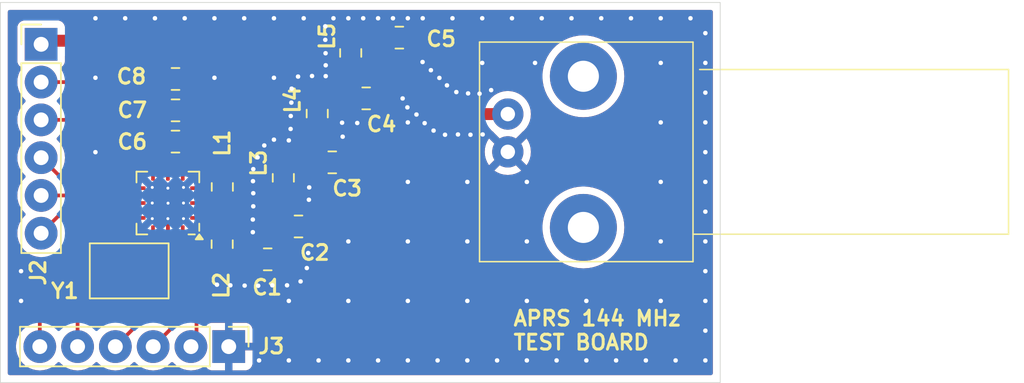
<source format=kicad_pcb>
(kicad_pcb (version 20240108) (generator "pcbnew") (generator_version "8.0")
  (layers (0 "F.Cu" signal) (31 "B.Cu" power) (34 "B.Paste" user) (35 "F.Paste" user) (36 "B.SilkS" user "B.Silkscreen") (37 "F.SilkS" user "F.Silkscreen") (38 "B.Mask" user) (39 "F.Mask" user) (44 "Edge.Cuts" user))
  (net 0 "")
  (net 1 "Net-(C1-Pad2)")
  (net 2 "Net-(U1-TX)")
  (net 3 "GND")
  (net 4 "Net-(C3-Pad2)")
  (net 5 "Net-(C4-Pad2)")
  (net 6 "Net-(J1-In)")
  (net 7 "+3.3V")
  (net 8 "Net-(J2-Pin_4)")
  (net 9 "Net-(J2-Pin_5)")
  (net 10 "Net-(J2-Pin_6)")
  (net 11 "Net-(J2-Pin_2)")
  (net 12 "Net-(J2-Pin_3)")
  (net 13 "/SDN")
  (net 14 "Net-(J3-Pin_3)")
  (net 17 "Net-(U1-XIN)")
  (net 18 "Net-(U1-XOUT)")
  (net 21 "Net-(C1-Pad1)")
  (net 22 "Net-(J3-Pin_4)")
  (net 23 "Net-(J3-Pin_6)")
  (net 24 "Net-(J3-Pin_5)")
  (footprint "Capacitor_SMD:C_0805_2012Metric_Pad1.18x1.45mm_HandSolder" (layer "F.Cu") (at 101.3825 95.08)
    (property "Reference" "C8" (at -2.9625 -0.1675 0) (layer "F.SilkS") (effects (font (thickness 0.2) (bold yes))))
    (property "Value" "1u")
    (fp_line (start -0.261252 -0.735) (end 0.261252 -0.735) (stroke (width 0.12)) (layer "F.SilkS"))
    (fp_line (start -0.261252 0.735) (end 0.261252 0.735) (stroke (width 0.12)) (layer "F.SilkS"))
    (pad "1" smd roundrect (at -1.0375 0) (size 1.175 1.45) (layers "F.Cu" "F.Paste" "F.Mask") (roundrect_rratio 0.212766) (net 7 "+3.3V"))
    (pad "2" smd roundrect (at 1.0375 0) (size 1.175 1.45) (layers "F.Cu" "F.Paste" "F.Mask") (roundrect_rratio 0.212766) (net 3 "GND"))
  )
  (footprint "Inductor_SMD:L_0805_2012Metric_Pad1.15x1.40mm_HandSolder" (layer "F.Cu") (at 110.91 97.405 90)
    (property "Reference" "L4" (at 0.915 -1.66 90) (layer "F.SilkS") (effects (font (thickness 0.2) (bold yes))))
    (property "Value" "74,74n")
    (fp_line (start -0.261252 -0.71) (end 0.261252 -0.71) (stroke (width 0.12)) (layer "F.SilkS"))
    (fp_line (start -0.261252 0.71) (end 0.261252 0.71) (stroke (width 0.12)) (layer "F.SilkS"))
    (pad "1" smd roundrect (at -1.025 0 90) (size 1.15 1.4) (layers "F.Cu" "F.Paste" "F.Mask") (roundrect_rratio 0.217391) (net 4 "Net-(C3-Pad2)"))
    (pad "2" smd roundrect (at 1.025 0 90) (size 1.15 1.4) (layers "F.Cu" "F.Paste" "F.Mask") (roundrect_rratio 0.217391) (net 5 "Net-(C4-Pad2)"))
  )
  (footprint "Capacitor_SMD:C_0805_2012Metric_Pad1.18x1.45mm_HandSolder" (layer "F.Cu") (at 116.43 92.3 180)
    (property "Reference" "C5" (at -2.81 -0.09 0) (layer "F.SilkS") (effects (font (thickness 0.2) (bold yes))))
    (property "Value" "25p")
    (fp_line (start -0.261252 0.735) (end 0.261252 0.735) (stroke (width 0.12)) (layer "F.SilkS"))
    (fp_line (start -0.261252 -0.735) (end 0.261252 -0.735) (stroke (width 0.12)) (layer "F.SilkS"))
    (pad "1" smd roundrect (at -1.0375 0 180) (size 1.175 1.45) (layers "F.Cu" "F.Paste" "F.Mask") (roundrect_rratio 0.212766) (net 3 "GND"))
    (pad "2" smd roundrect (at 1.0375 0 180) (size 1.175 1.45) (layers "F.Cu" "F.Paste" "F.Mask") (roundrect_rratio 0.212766) (net 6 "Net-(J1-In)"))
  )
  (footprint "Capacitor_SMD:C_0805_2012Metric_Pad1.18x1.45mm_HandSolder" (layer "F.Cu") (at 114.2 96.385 180)
    (property "Reference" "C4" (at -1.03 -1.735 0) (layer "F.SilkS") (effects (font (thickness 0.2) (bold yes))))
    (property "Value" "43,06p")
    (fp_line (start -0.261252 0.735) (end 0.261252 0.735) (stroke (width 0.12)) (layer "F.SilkS"))
    (fp_line (start -0.261252 -0.735) (end 0.261252 -0.735) (stroke (width 0.12)) (layer "F.SilkS"))
    (pad "1" smd roundrect (at -1.0375 0 180) (size 1.175 1.45) (layers "F.Cu" "F.Paste" "F.Mask") (roundrect_rratio 0.212766) (net 3 "GND"))
    (pad "2" smd roundrect (at 1.0375 0 180) (size 1.175 1.45) (layers "F.Cu" "F.Paste" "F.Mask") (roundrect_rratio 0.212766) (net 5 "Net-(C4-Pad2)"))
  )
  (footprint "Inductor_SMD:L_0805_2012Metric_Pad1.15x1.40mm_HandSolder" (layer "F.Cu") (at 113.16 93.33 90)
    (property "Reference" "L5" (at 1.12 -1.59 90) (layer "F.SilkS") (effects (font (thickness 0.2) (bold yes))))
    (property "Value" "74,74n")
    (fp_line (start -0.261252 -0.71) (end 0.261252 -0.71) (stroke (width 0.12)) (layer "F.SilkS"))
    (fp_line (start -0.261252 0.71) (end 0.261252 0.71) (stroke (width 0.12)) (layer "F.SilkS"))
    (pad "1" smd roundrect (at -1.025 0 90) (size 1.15 1.4) (layers "F.Cu" "F.Paste" "F.Mask") (roundrect_rratio 0.217391) (net 5 "Net-(C4-Pad2)"))
    (pad "2" smd roundrect (at 1.025 0 90) (size 1.15 1.4) (layers "F.Cu" "F.Paste" "F.Mask") (roundrect_rratio 0.217391) (net 6 "Net-(J1-In)"))
  )
  (footprint "Capacitor_SMD:C_0805_2012Metric_Pad1.18x1.45mm_HandSolder" (layer "F.Cu") (at 111.92 100.685 180)
    (property "Reference" "C3" (at -1 -1.755 0) (layer "F.SilkS") (effects (font (thickness 0.2) (bold yes))))
    (property "Value" "25p")
    (fp_line (start -0.261252 0.735) (end 0.261252 0.735) (stroke (width 0.12)) (layer "F.SilkS"))
    (fp_line (start -0.261252 -0.735) (end 0.261252 -0.735) (stroke (width 0.12)) (layer "F.SilkS"))
    (pad "1" smd roundrect (at -1.0375 0 180) (size 1.175 1.45) (layers "F.Cu" "F.Paste" "F.Mask") (roundrect_rratio 0.212766) (net 3 "GND"))
    (pad "2" smd roundrect (at 1.0375 0 180) (size 1.175 1.45) (layers "F.Cu" "F.Paste" "F.Mask") (roundrect_rratio 0.212766) (net 4 "Net-(C3-Pad2)"))
  )
  (footprint "Inductor_SMD:L_0805_2012Metric_Pad1.15x1.40mm_HandSolder" (layer "F.Cu") (at 104.53 102.3375 -90)
    (property "Reference" "L1" (at -2.94 0 90) (layer "F.SilkS") (effects (font (thickness 0.2) (bold yes))))
    (property "Value" "550n")
    (fp_line (start -0.261252 0.71) (end 0.261252 0.71) (stroke (width 0.12)) (layer "F.SilkS"))
    (fp_line (start -0.261252 -0.71) (end 0.261252 -0.71) (stroke (width 0.12)) (layer "F.SilkS"))
    (pad "1" smd roundrect (at -1.025 0 270) (size 1.15 1.4) (layers "F.Cu" "F.Paste" "F.Mask") (roundrect_rratio 0.217391) (net 7 "+3.3V"))
    (pad "2" smd roundrect (at 1.025 0 270) (size 1.15 1.4) (layers "F.Cu" "F.Paste" "F.Mask") (roundrect_rratio 0.217391) (net 2 "Net-(U1-TX)"))
  )
  (footprint "Capacitor_SMD:C_0805_2012Metric_Pad1.18x1.45mm_HandSolder" (layer "F.Cu") (at 109.65 104.995 180)
    (property "Reference" "C2" (at -1.09 -1.76 0) (layer "F.SilkS") (effects (font (thickness 0.2) (bold yes))))
    (property "Value" "14,35p")
    (fp_line (start -0.261252 0.735) (end 0.261252 0.735) (stroke (width 0.12)) (layer "F.SilkS"))
    (fp_line (start -0.261252 -0.735) (end 0.261252 -0.735) (stroke (width 0.12)) (layer "F.SilkS"))
    (pad "1" smd roundrect (at -1.0375 0 180) (size 1.175 1.45) (layers "F.Cu" "F.Paste" "F.Mask") (roundrect_rratio 0.212766) (net 3 "GND"))
    (pad "2" smd roundrect (at 1.0375 0 180) (size 1.175 1.45) (layers "F.Cu" "F.Paste" "F.Mask") (roundrect_rratio 0.212766) (net 1 "Net-(C1-Pad2)"))
  )
  (footprint "Capacitor_SMD:C_0805_2012Metric_Pad1.18x1.45mm_HandSolder" (layer "F.Cu") (at 101.3825 97.19)
    (property "Reference" "C7" (at -2.9025 -0.0175 0) (layer "F.SilkS") (effects (font (thickness 0.2) (bold yes))))
    (property "Value" "100n")
    (fp_line (start -0.261252 -0.735) (end 0.261252 -0.735) (stroke (width 0.12)) (layer "F.SilkS"))
    (fp_line (start -0.261252 0.735) (end 0.261252 0.735) (stroke (width 0.12)) (layer "F.SilkS"))
    (pad "1" smd roundrect (at -1.0375 0) (size 1.175 1.45) (layers "F.Cu" "F.Paste" "F.Mask") (roundrect_rratio 0.212766) (net 7 "+3.3V"))
    (pad "2" smd roundrect (at 1.0375 0) (size 1.175 1.45) (layers "F.Cu" "F.Paste" "F.Mask") (roundrect_rratio 0.212766) (net 3 "GND"))
  )
  (footprint "" (layer "F.Cu") (at 99.82 103.42)
    (property "Reference" "")
    (property "Value" "")
    (pad "21" thru_hole circle (at 0 0 180) (size 0.5 0.5) (drill 0.2) (property pad_prop_heatsink) (layers "*.Cu") (net 3 "GND"))
  )
  (footprint "Crystal:Crystal_SMD_5032-4Pin_5.0x3.2mm" (layer "F.Cu") (at 98.27 107.98 180)
    (property "Reference" "Y1" (at 4.32 -1.35 0) (layer "F.SilkS") (effects (font (thickness 0.2) (bold yes))))
    (property "Value" "30M")
    (fp_line (start 2.65 -1.85) (end 2.65 1.85) (stroke (width 0.12)) (layer "F.SilkS"))
    (fp_line (start -2.65 1.85) (end 2.65 1.85) (stroke (width 0.12)) (layer "F.SilkS"))
    (fp_line (start -2.65 -1.85) (end 2.65 -1.85) (stroke (width 0.12)) (layer "F.SilkS"))
    (fp_line (start -2.65 -1.85) (end -2.65 1.85) (stroke (width 0.12)) (layer "F.SilkS"))
    (pad "1" smd rect (at -1.65 1 180) (size 1.6 1.3) (layers "F.Cu" "F.Paste" "F.Mask") (net 17 "Net-(U1-XIN)"))
    (pad "2" smd rect (at 1.65 1 180) (size 1.6 1.3) (layers "F.Cu" "F.Paste" "F.Mask") (net 18 "Net-(U1-XOUT)"))
    (pad "3" smd rect (at 1.65 -1 180) (size 1.6 1.3) (layers "F.Cu" "F.Paste" "F.Mask"))
    (pad "4" smd rect (at -1.65 -1 180) (size 1.6 1.3) (layers "F.Cu" "F.Paste" "F.Mask"))
  )
  (footprint "Capacitor_SMD:C_0805_2012Metric_Pad1.18x1.45mm_HandSolder" (layer "F.Cu") (at 101.38 99.29)
    (property "Reference" "C6" (at -2.9 0.0125 0) (layer "F.SilkS") (effects (font (thickness 0.2) (bold yes))))
    (property "Value" "100p")
    (fp_line (start -0.261252 -0.735) (end 0.261252 -0.735) (stroke (width 0.12)) (layer "F.SilkS"))
    (fp_line (start -0.261252 0.735) (end 0.261252 0.735) (stroke (width 0.12)) (layer "F.SilkS"))
    (pad "1" smd roundrect (at -1.0375 0) (size 1.175 1.45) (layers "F.Cu" "F.Paste" "F.Mask") (roundrect_rratio 0.212766) (net 7 "+3.3V"))
    (pad "2" smd roundrect (at 1.0375 0) (size 1.175 1.45) (layers "F.Cu" "F.Paste" "F.Mask") (roundrect_rratio 0.212766) (net 3 "GND"))
  )
  (footprint "Connector_PinHeader_2.54mm:PinHeader_1x06_P2.54mm_Vertical" (layer "F.Cu") (at 92.35 92.75)
    (property "Reference" "J2" (at -0.2 15.34 90) (layer "F.SilkS") (effects (font (thickness 0.2) (bold yes))))
    (property "Value" "Conn_01x06" (hide yes))
    (fp_line (start -1.33 -1.33) (end 0 -1.33) (stroke (width 0.12)) (layer "F.SilkS"))
    (fp_line (start -1.33 0) (end -1.33 -1.33) (stroke (width 0.12)) (layer "F.SilkS"))
    (fp_line (start -1.33 1.27) (end -1.33 14.03) (stroke (width 0.12)) (layer "F.SilkS"))
    (fp_line (start -1.33 1.27) (end 1.33 1.27) (stroke (width 0.12)) (layer "F.SilkS"))
    (fp_line (start -1.33 14.03) (end 1.33 14.03) (stroke (width 0.12)) (layer "F.SilkS"))
    (fp_line (start 1.33 1.27) (end 1.33 14.03) (stroke (width 0.12)) (layer "F.SilkS"))
    (pad "1" thru_hole rect (at 0 0) (size 2.2 2.2) (drill 1) (layers "*.Cu" "*.Mask") (net 7 "+3.3V"))
    (pad "2" thru_hole circle (at 0 2.54) (size 2.2 2.2) (drill 1) (layers "*.Cu" "*.Mask") (net 11 "Net-(J2-Pin_2)"))
    (pad "3" thru_hole circle (at 0 5.08) (size 2.2 2.2) (drill 1) (layers "*.Cu" "*.Mask") (net 12 "Net-(J2-Pin_3)"))
    (pad "4" thru_hole circle (at 0 7.62) (size 2.2 2.2) (drill 1) (layers "*.Cu" "*.Mask") (net 8 "Net-(J2-Pin_4)"))
    (pad "5" thru_hole circle (at 0 10.16) (size 2.2 2.2) (drill 1) (layers "*.Cu" "*.Mask") (net 9 "Net-(J2-Pin_5)"))
    (pad "6" thru_hole circle (at 0 12.7) (size 2.2 2.2) (drill 1) (layers "*.Cu" "*.Mask") (net 10 "Net-(J2-Pin_6)"))
  )
  (footprint "Connector_PinHeader_2.54mm:PinHeader_1x06_P2.54mm_Vertical" (layer "F.Cu") (at 104.96 113.07 -90)
    (property "Reference" "J3" (at -0.02 -2.86 180) (layer "F.SilkS") (effects (font (thickness 0.2) (bold yes))))
    (property "Value" "Conn_01x06" (hide yes))
    (fp_line (start -1.33 14.03) (end 1.33 14.03) (stroke (width 0.12)) (layer "F.SilkS"))
    (fp_line (start -1.33 1.27) (end -1.33 14.03) (stroke (width 0.12)) (layer "F.SilkS"))
    (fp_line (start -1.33 1.27) (end 1.33 1.27) (stroke (width 0.12)) (layer "F.SilkS"))
    (fp_line (start 1.33 1.27) (end 1.33 14.03) (stroke (width 0.12)) (layer "F.SilkS"))
    (fp_line (start -1.33 0) (end -1.33 -1.33) (stroke (width 0.12)) (layer "F.SilkS"))
    (fp_line (start -1.33 -1.33) (end 0 -1.33) (stroke (width 0.12)) (layer "F.SilkS"))
    (pad "1" thru_hole rect (at 0 0 270) (size 2.2 2.2) (drill 1) (layers "*.Cu" "*.Mask") (net 3 "GND"))
    (pad "2" thru_hole circle (at 0 2.54 270) (size 2.2 2.2) (drill 1) (layers "*.Cu" "*.Mask") (net 13 "/SDN"))
    (pad "3" thru_hole circle (at 0 5.08 270) (size 2.2 2.2) (drill 1) (layers "*.Cu" "*.Mask") (net 14 "Net-(J3-Pin_3)"))
    (pad "4" thru_hole circle (at 0 7.62 270) (size 2.2 2.2) (drill 1) (layers "*.Cu" "*.Mask") (net 22 "Net-(J3-Pin_4)"))
    (pad "5" thru_hole circle (at 0 10.16 270) (size 2.2 2.2) (drill 1) (layers "*.Cu" "*.Mask") (net 24 "Net-(J3-Pin_5)"))
    (pad "6" thru_hole circle (at 0 12.7 270) (size 2.2 2.2) (drill 1) (layers "*.Cu" "*.Mask") (net 23 "Net-(J3-Pin_6)"))
  )
  (footprint "" (layer "F.Cu") (at 100.87 104.47)
    (property "Reference" "")
    (property "Value" "")
    (pad "21" thru_hole circle (at 0 0 180) (size 0.5 0.5) (drill 0.2) (property pad_prop_heatsink) (layers "*.Cu") (net 3 "GND"))
  )
  (footprint "Inductor_SMD:L_0805_2012Metric_Pad1.15x1.40mm_HandSolder" (layer "F.Cu") (at 104.52 106.185 -90)
    (property "Reference" "L2" (at 2.77 0.05 90) (layer "F.SilkS") (effects (font (thickness 0.2) (bold yes))))
    (property "Value" "12n")
    (fp_line (start -0.261252 0.71) (end 0.261252 0.71) (stroke (width 0.12)) (layer "F.SilkS"))
    (fp_line (start -0.261252 -0.71) (end 0.261252 -0.71) (stroke (width 0.12)) (layer "F.SilkS"))
    (pad "1" smd roundrect (at -1.025 0 270) (size 1.15 1.4) (layers "F.Cu" "F.Paste" "F.Mask") (roundrect_rratio 0.217391) (net 2 "Net-(U1-TX)"))
    (pad "2" smd roundrect (at 1.025 0 270) (size 1.15 1.4) (layers "F.Cu" "F.Paste" "F.Mask") (roundrect_rratio 0.217391) (net 21 "Net-(C1-Pad1)"))
  )
  (footprint "Package_DFN_QFN:QFN-20-1EP_4x4mm_P0.5mm_EP2.6x2.6mm_ThermalVias" (layer "F.Cu") (at 100.87 103.42 180)
    (property "Reference" "U1" (hide yes))
    (property "Value" "Si4461")
    (fp_line (start 2.11 2.11) (end 2.11 1.385) (stroke (width 0.12)) (layer "F.SilkS"))
    (fp_line (start 2.11 -2.11) (end 2.11 -1.385) (stroke (width 0.12)) (layer "F.SilkS"))
    (fp_line (start 1.385 2.11) (end 2.11 2.11) (stroke (width 0.12)) (layer "F.SilkS"))
    (fp_line (start 1.385 -2.11) (end 2.11 -2.11) (stroke (width 0.12)) (layer "F.SilkS"))
    (fp_line (start -1.385 2.11) (end -2.11 2.11) (stroke (width 0.12)) (layer "F.SilkS"))
    (fp_line (start -1.385 -2.11) (end -1.81 -2.11) (stroke (width 0.12)) (layer "F.SilkS"))
    (fp_line (start -2.11 2.11) (end -2.11 1.385) (stroke (width 0.12)) (layer "F.SilkS"))
    (fp_line (start -2.11 -1.385) (end -2.11 -1.87) (stroke (width 0.12)) (layer "F.SilkS"))
    (fp_poly (pts (xy -2.11 -2.11) (xy -2.35 -2.44) (xy -1.87 -2.44) (xy -2.11 -2.11)) (stroke (width 0.12)) (fill solid) (layer "F.SilkS"))
    (pad "1" smd roundrect (at -1.925 -1 180) (size 0.85 0.25) (layers "F.Cu" "F.Paste" "F.Mask") (net 13 "/SDN"))
    (pad "2" smd roundrect (at -1.925 -0.5 180) (size 0.85 0.25) (layers "F.Cu" "F.Paste" "F.Mask"))
    (pad "3" smd roundrect (at -1.925 0 180) (size 0.85 0.25) (layers "F.Cu" "F.Paste" "F.Mask"))
    (pad "4" smd roundrect (at -1.925 0.5 180) (size 0.85 0.25) (layers "F.Cu" "F.Paste" "F.Mask") (net 2 "Net-(U1-TX)"))
    (pad "5" smd roundrect (at -1.925 1 180) (size 0.85 0.25) (layers "F.Cu" "F.Paste" "F.Mask"))
    (pad "6" smd roundrect (at -1 1.925 180) (size 0.25 0.85) (layers "F.Cu" "F.Paste" "F.Mask") (net 7 "+3.3V"))
    (pad "7" smd roundrect (at -0.5 1.925 180) (size 0.25 0.85) (layers "F.Cu" "F.Paste" "F.Mask"))
    (pad "8" smd roundrect (at 0 1.925 180) (size 0.25 0.85) (layers "F.Cu" "F.Paste" "F.Mask") (net 7 "+3.3V"))
    (pad "9" smd roundrect (at 0.5 1.925 180) (size 0.25 0.85) (layers "F.Cu" "F.Paste" "F.Mask") (net 11 "Net-(J2-Pin_2)"))
    (pad "10" smd roundrect (at 1 1.925 180) (size 0.25 0.85) (layers "F.Cu" "F.Paste" "F.Mask") (net 12 "Net-(J2-Pin_3)"))
    (pad "11" smd roundrect (at 1.925 1 180) (size 0.85 0.25) (layers "F.Cu" "F.Paste" "F.Mask") (net 8 "Net-(J2-Pin_4)"))
    (pad "12" smd roundrect (at 1.925 0.5 180) (size 0.85 0.25) (layers "F.Cu" "F.Paste" "F.Mask") (net 9 "Net-(J2-Pin_5)"))
    (pad "13" smd roundrect (at 1.925 0 180) (size 0.85 0.25) (layers "F.Cu" "F.Paste" "F.Mask") (net 10 "Net-(J2-Pin_6)"))
    (pad "14" smd roundrect (at 1.925 -0.5 180) (size 0.85 0.25) (layers "F.Cu" "F.Paste" "F.Mask") (net 23 "Net-(J3-Pin_6)"))
    (pad "15" smd roundrect (at 1.925 -1 180) (size 0.85 0.25) (layers "F.Cu" "F.Paste" "F.Mask") (net 24 "Net-(J3-Pin_5)"))
    (pad "16" smd roundrect (at 1 -1.925 180) (size 0.25 0.85) (layers "F.Cu" "F.Paste" "F.Mask") (net 18 "Net-(U1-XOUT)"))
    (pad "17" smd roundrect (at 0.5 -1.925 180) (size 0.25 0.85) (layers "F.Cu" "F.Paste" "F.Mask") (net 17 "Net-(U1-XIN)"))
    (pad "18" smd roundrect (at 0 -1.925 180) (size 0.25 0.85) (layers "F.Cu" "F.Paste" "F.Mask") (net 3 "GND"))
    (pad "19" smd roundrect (at -0.5 -1.925 180) (size 0.25 0.85) (layers "F.Cu" "F.Paste" "F.Mask") (net 22 "Net-(J3-Pin_4)"))
    (pad "20" smd roundrect (at -1 -1.925 180) (size 0.25 0.85) (layers "F.Cu" "F.Paste" "F.Mask") (net 14 "Net-(J3-Pin_3)"))
    (pad "21" thru_hole circle (at -1.05 -1.05 180) (size 0.5 0.5) (drill 0.2) (property pad_prop_heatsink) (layers "*.Cu") (net 3 "GND"))
    (pad "21" thru_hole circle (at -1.05 1.05 180) (size 0.5 0.5) (drill 0.2) (property pad_prop_heatsink) (layers "*.Cu") (net 3 "GND"))
    (pad "21" smd rect (at 0 0 180) (size 2.6 2.6) (property pad_prop_heatsink) (layers "F.Cu" "F.Mask") (net 3 "GND"))
    (pad "21" smd rect (at 0 0 180) (size 2.6 2.6) (property pad_prop_heatsink) (layers "B.Cu") (net 3 "GND"))
    (pad "21" thru_hole circle (at 1.05 -1.05 180) (size 0.5 0.5) (drill 0.2) (property pad_prop_heatsink) (layers "*.Cu") (net 3 "GND"))
    (pad "21" thru_hole circle (at 1.05 1.05 180) (size 0.5 0.5) (drill 0.2) (property pad_prop_heatsink) (layers "*.Cu") (net 3 "GND"))
  )
  (footprint "" (layer "F.Cu") (at 100.88 103.43)
    (property "Reference" "")
    (property "Value" "")
    (pad "21" thru_hole circle (at 0 0 180) (size 0.5 0.5) (drill 0.2) (property pad_prop_heatsink) (layers "*.Cu") (net 3 "GND"))
  )
  (footprint "Inductor_SMD:L_0805_2012Metric_Pad1.15x1.40mm_HandSolder" (layer "F.Cu") (at 108.63 101.725 90)
    (property "Reference" "L3" (at 0.985 -1.66 90) (layer "F.SilkS") (effects (font (thickness 0.2) (bold yes))))
    (property "Value" "106n")
    (fp_line (start -0.261252 -0.71) (end 0.261252 -0.71) (stroke (width 0.12)) (layer "F.SilkS"))
    (fp_line (start -0.261252 0.71) (end 0.261252 0.71) (stroke (width 0.12)) (layer "F.SilkS"))
    (pad "1" smd roundrect (at -1.025 0 90) (size 1.15 1.4) (layers "F.Cu" "F.Paste" "F.Mask") (roundrect_rratio 0.217391) (net 1 "Net-(C1-Pad2)"))
    (pad "2" smd roundrect (at 1.025 0 90) (size 1.15 1.4) (layers "F.Cu" "F.Paste" "F.Mask") (roundrect_rratio 0.217391) (net 4 "Net-(C3-Pad2)"))
  )
  (footprint "" (layer "F.Cu") (at 101.92 103.42)
    (property "Reference" "")
    (property "Value" "")
    (pad "21" thru_hole circle (at 0 0 180) (size 0.5 0.5) (drill 0.2) (property pad_prop_heatsink) (layers "*.Cu") (net 3 "GND"))
  )
  (footprint "" (layer "F.Cu") (at 100.87 102.42)
    (property "Reference" "")
    (property "Value" "")
    (pad "21" thru_hole circle (at 0 0 180) (size 0.5 0.5) (drill 0.2) (property pad_prop_heatsink) (layers "*.Cu") (net 3 "GND"))
  )
  (footprint "Library:BNC_Connector_PCB" (layer "F.Cu") (at 123.72 97.44 -90)
    (property "Reference" "J1")
    (property "Value" "Conn_Coaxial" (hide yes))
    (fp_line (start -4.84 1.9) (end -4.84 -12.45) (stroke (width 0.1)) (layer "F.SilkS"))
    (fp_line (start 9.92 1.9) (end -4.84 1.9) (stroke (width 0.1)) (layer "F.SilkS"))
    (fp_line (start -4.84 -12.45) (end 9.92 -12.45) (stroke (width 0.1)) (layer "F.SilkS"))
    (fp_line (start 9.92 -12.45) (end 9.92 1.9) (stroke (width 0.1)) (layer "F.SilkS"))
    (fp_line (start -2.995 -12.895) (end -2.995 -33.66) (stroke (width 0.1)) (layer "F.SilkS"))
    (fp_line (start -2.995 -33.66) (end 8.075 -33.66) (stroke (width 0.1)) (layer "F.SilkS"))
    (fp_line (start 8.075 -33.66) (end 8.075 -12.45) (stroke (width 0.1)) (layer "F.SilkS"))
    (pad "1" thru_hole circle (at 0 0 270) (size 2.1 2.1) (drill 0.97) (layers "*.Cu" "*.Mask") (net 6 "Net-(J1-In)"))
    (pad "2" thru_hole circle (at 2.54 0 270) (size 2.1 2.1) (drill 0.97) (layers "*.Cu" "*.Mask") (net 3 "GND"))
    (pad "MH1" thru_hole circle (at -2.54 -5.08 270) (size 4.5 4.5) (drill 2.09) (layers "*.Cu" "*.Mask"))
    (pad "MH2" thru_hole circle (at 7.62 -5.08 270) (size 4.5 4.5) (drill 2.09) (layers "*.Cu" "*.Mask"))
  )
  (footprint "Capacitor_SMD:C_0805_2012Metric_Pad1.18x1.45mm_HandSolder" (layer "F.Cu") (at 107.58 107.205)
    (property "Reference" "C1" (at -0.04 1.89 0) (layer "F.SilkS") (effects (font (thickness 0.2) (bold yes))))
    (property "Value" "100p")
    (fp_line (start -0.261252 -0.735) (end 0.261252 -0.735) (stroke (width 0.12)) (layer "F.SilkS"))
    (fp_line (start -0.261252 0.735) (end 0.261252 0.735) (stroke (width 0.12)) (layer "F.SilkS"))
    (pad "1" smd roundrect (at -1.0375 0) (size 1.175 1.45) (layers "F.Cu" "F.Paste" "F.Mask") (roundrect_rratio 0.212766) (net 21 "Net-(C1-Pad1)"))
    (pad "2" smd roundrect (at 1.0375 0) (size 1.175 1.45) (layers "F.Cu" "F.Paste" "F.Mask") (roundrect_rratio 0.212766) (net 1 "Net-(C1-Pad2)"))
  )
  (gr_rect (start 89.61 89.94) (end 138 115.49) (stroke (width 0.05)) (fill none) (layer "Edge.Cuts"))
  (gr_text "APRS 144 MHz\nTEST BOARD" (at 124 113.37 0) (layer "F.SilkS") (effects (font (size 1 1) (thickness 0.2) (bold yes)) (justify left bottom)))
  (segment (start 108.63 102.75) (end 108.63 104.9775) (width 0.8) (layer "F.Cu") (net 1))
  (segment (start 108.63 104.9775) (end 108.6125 104.995) (width 0.8) (layer "F.Cu") (net 1))
  (segment (start 108.6175 105) (end 108.6125 104.995) (width 0.8) (layer "F.Cu") (net 1))
  (segment (start 108.6175 107.205) (end 108.6175 105) (width 0.8) (layer "F.Cu") (net 1))
  (segment (start 104.0875 102.92) (end 104.53 103.3625) (width 0.25) (layer "F.Cu") (net 2))
  (segment (start 104.53 103.3625) (end 104.53 105.15) (width 0.8) (layer "F.Cu") (net 2))
  (segment (start 102.795 102.92) (end 104.0875 102.92) (width 0.25) (layer "F.Cu") (net 2))
  (segment (start 104.53 105.15) (end 104.52 105.16) (width 0.8) (layer "F.Cu") (net 2))
  (segment (start 100.87 105.345) (end 100.87 104.47) (width 0.25) (layer "F.Cu") (net 3))
  (via (at 117 98) (size 0.6) (drill 0.3) (layers "F.Cu" "B.Cu") (net 3))
  (via (at 106.58 104.53) (size 0.6) (drill 0.3) (layers "F.Cu" "B.Cu") (net 3))
  (via (at 135 114) (size 0.6) (drill 0.3) (layers "F.Cu" "B.Cu") (net 3))
  (via (at 134 110) (size 0.6) (drill 0.3) (layers "F.Cu" "B.Cu") (net 3))
  (via (at 116.65 96.39) (size 0.6) (drill 0.3) (layers "F.Cu" "B.Cu") (net 3))
  (via (at 109 110) (size 0.6) (drill 0.3) (layers "F.Cu" "B.Cu") (net 3))
  (via (at 133 114) (size 0.6) (drill 0.3) (layers "F.Cu" "B.Cu") (net 3))
  (via (at 134 98) (size 0.6) (drill 0.3) (layers "F.Cu" "B.Cu") (net 3))
  (via (at 119.63 95.51) (size 0.6) (drill 0.3) (layers "F.Cu" "B.Cu") (net 3))
  (via (at 104.17 108.91) (size 0.6) (drill 0.3) (layers "F.Cu" "B.Cu") (net 3))
  (via (at 117.99 93.94) (size 0.6) (drill 0.3) (layers "F.Cu" "B.Cu") (net 3))
  (via (at 106.94 108.98) (size 0.6) (drill 0.3) (layers "F.Cu" "B.Cu") (net 3))
  (via (at 112.62 98.96) (size 0.6) (drill 0.3) (layers "F.Cu" "B.Cu") (net 3))
  (via (at 118.55 94.49) (size 0.6) (drill 0.3) (layers "F.Cu" "B.Cu") (net 3))
  (via (at 117 110) (size 0.6) (drill 0.3) (layers "F.Cu" "B.Cu") (net 3))
  (via (at 137 100) (size 0.6) (drill 0.3) (layers "F.Cu" "B.Cu") (net 3))
  (via (at 98 91) (size 0.6) (drill 0.3) (layers "F.Cu" "B.Cu") (net 3))
  (via (at 109 114) (size 0.6) (drill 0.3) (layers "F.Cu" "B.Cu") (net 3))
  (via (at 106 91) (size 0.6) (drill 0.3) (layers "F.Cu" "B.Cu") (net 3))
  (via (at 129 110) (size 0.6) (drill 0.3) (layers "F.Cu" "B.Cu") (net 3))
  (via (at 122 94) (size 0.6) (drill 0.3) (layers "F.Cu" "B.Cu") (net 3))
  (via (at 111.47 93.35) (size 0.6) (drill 0.3) (layers "F.Cu" "B.Cu") (net 3))
  (via (at 108 99.16) (size 0.6) (drill 0.3) (layers "F.Cu" "B.Cu") (net 3))
  (via (at 137 102) (size 0.6) (drill 0.3) (layers "F.Cu" "B.Cu") (net 3))
  (via (at 137 110) (size 0.6) (drill 0.3) (layers "F.Cu" "B.Cu") (net 3))
  (via (at 110.56 94.88) (size 0.6) (drill 0.3) (layers "F.Cu" "B.Cu") (net 3))
  (via (at 137 92) (size 0.6) (drill 0.3) (layers "F.Cu" "B.Cu") (net 3))
  (via (at 106.61 101.14) (size 0.6) (drill 0.3) (layers "F.Cu" "B.Cu") (net 3))
  (via (at 132 91) (size 0.6) (drill 0.3) (layers "F.Cu" "B.Cu") (net 3))
  (via (at 126 91) (size 0.6) (drill 0.3) (layers "F.Cu" "B.Cu") (net 3))
  (via (at 115 114) (size 0.6) (drill 0.3) (layers "F.Cu" "B.Cu") (net 3))
  (via (at 121 110) (size 0.6) (drill 0.3) (layers "F.Cu" "B.Cu") (net 3))
  (via (at 106.03 108.97) (size 0.6) (drill 0.3) (layers "F.Cu" "B.Cu") (net 3))
  (via (at 121.21 98.83) (size 0.6) (drill 0.3) (layers "F.Cu" "B.Cu") (net 3))
  (via (at 112 91) (size 0.6) (drill 0.3) (layers "F.Cu" "B.Cu") (net 3))
  (via (at 111.45 92.45) (size 0.6) (drill 0.3) (layers "F.Cu" "B.Cu") (net 3))
  (via (at 128 91) (size 0.6) (drill 0.3) (layers "F.Cu" "B.Cu") (net 3))
  (via (at 118.73 98.55) (size 0.6) (drill 0.3) (layers "F.Cu" "B.Cu") (net 3))
  (via (at 130 91) (size 0.6) (drill 0.3) (layers "F.Cu" "B.Cu") (net 3))
  (via (at 125.55 94) (size 0.6) (drill 0.3) (layers "F.Cu" "B.Cu") (net 3))
  (via (at 110.35 103.2) (size 0.6) (drill 0.3) (layers "F.Cu" "B.Cu") (net 3))
  (via (at 107 114) (size 0.6) (drill 0.3) (layers "F.Cu" "B.Cu") (net 3))
  (via (at 107.35 99.55) (size 0.6) (drill 0.3) (layers "F.Cu" "B.Cu") (net 3))
  (via (at 113 91) (size 0.6) (drill 0.3) (layers "F.Cu" "B.Cu") (net 3))
  (via (at 113 106) (size 0.6) (drill 0.3) (layers "F.Cu" "B.Cu") (net 3))
  (via (at 136 91) (size 0.6) (drill 0.3) (layers "F.Cu" "B.Cu") (net 3))
  (via (at 121.05 96.05) (size 0.6) (drill 0.3) (layers "F.Cu" "B.Cu") (net 3))
  (via (at 91 110) (size 0.6) (drill 0.3) (layers "F.Cu" "B.Cu") (net 3))
  (via (at 124 91) (size 0.6) (drill 0.3) (layers "F.Cu" "B.Cu") (net 3))
  (via (at 107.89 108.95) (size 0.6) (drill 0.3) (layers "F.Cu" "B.Cu") (net 3))
  (via (at 106.61 102.76) (size 0.6) (drill 0.3) (layers "F.Cu" "B.Cu") (net 3))
  (via (at 113 110) (size 0.6) (drill 0.3) (layers "F.Cu" "B.Cu") (net 3))
  (via (at 137 94) (size 0.6) (drill 0.3) (layers "F.Cu" "B.Cu") (net 3))
  (via (at 111.48 94.89) (size 0.6) (drill 0.3) (layers "F.Cu" "B.Cu") (net 3))
  (via (at 125 110) (size 0.6) (drill 0.3) (layers "F.Cu" "B.Cu") (net 3))
  (via (at 137 96) (size 0.6) (drill 0.3) (layers "F.Cu" "B.Cu") (net 3))
  (via (at 108 95) (size 0.6) (drill 0.3) (layers "F.Cu" "B.Cu") (net 3))
  (via (at 110.21 107.79) (size 0.6) (drill 0.3) (layers "F.Cu" "B.Cu") (net 3))
  (via (at 96 91) (size 0.6) (drill 0.3) (layers "F.Cu" "B.Cu") (net 3))
  (via (at 118 91) (size 0.6) (drill 0.3) (layers "F.Cu" "B.Cu") (net 3))
  (via (at 137 98) (size 0.6) (drill 0.3) (layers "F.Cu" "B.Cu") (net 3))
  (via (at 109 99.21) (size 0.6) (drill 0.3) (layers "F.Cu" "B.Cu") (net 3))
  (via (at 137 112) (size 0.6) (drill 0.3) (layers "F.Cu" "B.Cu") (net 3))
  (via (at 102 91) (size 0.6) (drill 0.3) (layers "F.Cu" "B.Cu") (net 3))
  (via (at 111.45 91.54) (size 0.6) (drill 0.3) (layers "F.Cu" "B.Cu") (net 3))
  (via (at 121 106) (size 0.6) (drill 0.3) (layers "F.Cu" "B.Cu") (net 3))
  (via (at 117 106) (size 0.6) (drill 0.3) (layers "F.Cu" "B.Cu") (net 3))
  (via (at 123 114) (size 0.6) (drill 0.3) (layers "F.Cu" "B.Cu") (net 3))
  (via (at 125 114) (size 0.6) (drill 0.3) (layers "F.Cu" "B.Cu") (net 3))
  (via (at 117 114) (size 0.6) (drill 0.3) (layers "F.Cu" "B.Cu") (net 3))
  (via (at 109.17 96.67) (size 0.6) (drill 0.3) (layers "F.Cu" "B.Cu") (net 3))
  (via (at 100 91) (size 0.6) (drill 0.3) (layers "F.Cu" "B.Cu") (net 3))
  (via (at 111.48 94.16) (size 0.6) (drill 0.3) (layers "F.Cu" "B.Cu") (net 3))
  (via (at 129 114) (size 0.6) (drill 0.3) (layers "F.Cu" "B.Cu") (net 3))
  (via (at 117 102) (size 0.6) (drill 0.3) (layers "F.Cu" "B.Cu") (net 3))
  (via (at 106.58 105.38) (size 0.6) (drill 0.3) (layers "F.Cu" "B.Cu") (net 3))
  (via (at 125 106) (size 0.6) (drill 0.3) (layers "F.Cu" "B.Cu") (net 3))
  (via (at 120 91) (size 0.6) (drill 0.3) (layers "F.Cu" "B.Cu") (net 3))
  (via (at 137 108) (size 0.6) (drill 0.3) (layers "F.Cu" "B.Cu") (net 3))
  (via (at 105.07 108.95) (size 0.6) (drill 0.3) (layers "F.Cu" "B.Cu") (net 3))
  (via (at 137 114) (size 0.6) (drill 0.3) (layers "F.Cu" "B.Cu") (net 3))
  (via (at 121 102) (size 0.6) (drill 0.3) (layers "F.Cu" "B.Cu") (net 3))
  (via (at 114 91) (size 0.6) (drill 0.3) (layers "F.Cu" "B.Cu") (net 3))
  (via (at 134 102) (size 0.6) (drill 0.3) (layers "F.Cu" "B.Cu") (net 3))
  (via (at 118.13 98.05) (size 0.6) (drill 0.3) (layers "F.Cu" "B.Cu") (net 3))
  (via (at 104 91) (size 0.6) (drill 0.3) (layers "F.Cu" "B.Cu") (net 3))
  (via (at 117 91) (size 0.6) (drill 0.3) (layers "F.Cu" "B.Cu") (net 3))
  (via (at 112.58 98.02) (size 0.6) (drill 0.3) (layers "F.Cu" "B.Cu") (net 3))
  (via (at 134 106) (size 0.6) (drill 0.3) (layers "F.Cu" "B.Cu") (net 3))
  (via (at 137 104) (size 0.6) (drill 0.3) (layers "F.Cu" "B.Cu") (net 3))
  (via (at 121.82 96.07) (size 0.6) (drill 0.3) (layers "F.Cu" "B.Cu") (net 3))
  (via (at 109.62 94.92) (size 0.6) (drill 0.3) (layers "F.Cu" "B.Cu") (net 3))
  (via (at 117.58 97.47) (size 0.6) (drill 0.3) (layers "F.Cu" "B.Cu") (net 3))
  (via (at 119.12 95.01) (size 0.6) (drill 0.3) (layers "F.Cu" "B.Cu") (net 3))
  (via (at 113.6 98.04) (size 0.6) (drill 0.3) (layers "F.Cu" "B.Cu") (net 3))
  (via (at 125 102) (size 0.6) (drill 0.3) (layers "F.Cu" "B.Cu") (net 3))
  (via (at 122.03 98.81) (size 0.6) (drill 0.3) (layers "F.Cu" "B.Cu") (net 3))
  (via (at 109.19 95.73) (size 0.6) (drill 0.3) (layers "F.Cu" "B.Cu") (net 3))
  (via (at 134 91) (size 0.6) (drill 0.3) (layers "F.Cu" "B.Cu") (net 3))
  (via (at 137 106) (size 0.6) (drill 0.3) (layers "F.Cu" "B.Cu") (net 3))
  (via (at 119.5 98.83) (size 0.6) (drill 0.3) (layers "F.Cu" "B.Cu") (net 3))
  (via (at 116 91) (size 0.6) (drill 0.3) (layers "F.Cu" "B.Cu") (net 3))
  (via (at 113 114) (size 0.6) (drill 0.3) (layers "F.Cu" "B.Cu") (net 3))
  (via (at 110 91) (size 0.6) (drill 0.3) (layers "F.Cu" "B.Cu") (net 3))
  (via (at 121 114) (size 0.6) (drill 0.3) (layers "F.Cu" "B.Cu") (net 3))
  (via (at 109.12 98.44) (size 0.6) (drill 0.3) (layers "F.Cu" "B.Cu") (net 3))
  (via (at 134 94) (size 0.6) (drill 0.3) (layers "F.Cu" "B.Cu") (net 3))
  (via (at 122.6 95.83) (size 0.6) (drill 0.3) (layers "F.Cu" "B.Cu") (net 3))
  (via (at 119 114) (size 0.6) (drill 0.3) (layers "F.Cu" "B.Cu") (net 3))
  (via (at 115 91) (size 0.6) (drill 0.3) (layers "F.Cu" "B.Cu") (net 3))
  (via (at 106.9 100.35) (size 0.6) (drill 0.3) (layers "F.Cu" "B.Cu") (net 3))
  (via (at 110.3 106.78) (size 0.6) (drill 0.3) (layers "F.Cu" "B.Cu") (net 3))
  (via (at 127 114) (size 0.6) (drill 0.3) (layers "F.Cu" "B.Cu") (net 3))
  (via (at 116.97 96.99) (size 0.6) (drill 0.3) (layers "F.Cu" "B.Cu") (net 3))
  (via (at 120.37 98.81) (size 0.6) (drill 0.3) (layers "F.Cu" "B.Cu") (net 3))
  (via (at 131 114) (size 0.6) (drill 0.3) (layers "F.Cu" "B.Cu") (net 3))
  (via (at 111 114) (size 0.6) (drill 0.3) (layers "F.Cu" "B.Cu") (net 3))
  (via (at 91 108) (size 0.6) (drill 0.3) (layers "F.Cu" "B.Cu") (net 3))
  (via (at 108 91) (size 0.6) (drill 0.3) (layers "F.Cu" "B.Cu") (net 3))
  (via (at 108.88 108.95) (size 0.6) (drill 0.3) (layers "F.Cu" "B.Cu") (net 3))
  (via (at 96 100) (size 0.6) (drill 0.3) (layers "F.Cu" "B.Cu") (net 3))
  (via (at 96 95) (size 0.6) (drill 0.3) (layers "F.Cu" "B.Cu") (net 3))
  (via (at 120.26 95.96) (size 0.6) (drill 0.3) (layers "F.Cu" "B.Cu") (net 3))
  (via (at 106.61 103.64) (size 0.6) (drill 0.3) (layers "F.Cu" "B.Cu") (net 3))
  (via (at 122 91) (size 0.6) (drill 0.3) (layers "F.Cu" "B.Cu") (net 3))
  (via (at 104 95) (size 0.6) (drill 0.3) (layers "F.Cu" "B.Cu") (net 3))
  (via (at 109.13 97.57) (size 0.6) (drill 0.3) (layers "F.Cu" "B.Cu") (net 3))
  (via (at 109.79 108.69) (size 0.6) (drill 0.3) (layers "F.Cu" "B.Cu") (net 3))
  (via (at 110.37 102.37) (size 0.6) (drill 0.3) (layers "F.Cu" "B.Cu") (net 3))
  (via (at 106.59 101.95) (size 0.6) (drill 0.3) (layers "F.Cu" "B.Cu") (net 3))
  (segment (start 108.63 100.7) (end 110.8675 100.7) (width 0.8) (layer "F.Cu") (net 4))
  (segment (start 110.8675 100.7) (end 110.8825 100.685) (width 0.8) (layer "F.Cu") (net 4))
  (segment (start 110.91 98.43) (end 110.91 100.6575) (width 0.8) (layer "F.Cu") (net 4))
  (segment (start 110.91 100.6575) (end 110.8825 100.685) (width 0.8) (layer "F.Cu") (net 4))
  (segment (start 110.91 96.38) (end 113.1575 96.38) (width 0.8) (layer "F.Cu") (net 5))
  (segment (start 113.1575 96.38) (end 113.1625 96.385) (width 0.8) (layer "F.Cu") (net 5))
  (segment (start 113.16 96.3825) (end 113.1625 96.385) (width 0.8) (layer "F.Cu") (net 5))
  (segment (start 113.16 94.355) (end 113.16 96.3825) (width 0.8) (layer "F.Cu") (net 5))
  (segment (start 119.53 97.44) (end 123.72 97.44) (width 0.8) (layer "F.Cu") (net 6))
  (segment (start 113.16 92.305) (end 115.3875 92.305) (width 0.8) (layer "F.Cu") (net 6))
  (segment (start 115.3925 92.3) (end 115.3925 93.3025) (width 0.8) (layer "F.Cu") (net 6))
  (segment (start 115.3925 93.3025) (end 119.53 97.44) (width 0.8) (layer "F.Cu") (net 6))
  (segment (start 115.3875 92.305) (end 115.3925 92.3) (width 0.8) (layer "F.Cu") (net 6))
  (segment (start 101.87 100.58) (end 103.7975 100.58) (width 0.25) (layer "F.Cu") (net 7))
  (segment (start 101.87 100.58) (end 100.87 100.58) (width 0.25) (layer "F.Cu") (net 7))
  (segment (start 100.87 100.58) (end 100.87 99.8175) (width 0.25) (layer "F.Cu") (net 7))
  (segment (start 100.345 99.2875) (end 100.3425 99.29) (width 0.8) (layer "F.Cu") (net 7))
  (segment (start 100.345 97.19) (end 100.345 99.2875) (width 0.8) (layer "F.Cu") (net 7))
  (segment (start 97.775 92.51) (end 100.345 95.08) (width 0.8) (layer "F.Cu") (net 7))
  (segment (start 100.345 95.08) (end 100.345 97.19) (width 0.8) (layer "F.Cu") (net 7))
  (segment (start 92.35 92.51) (end 97.775 92.51) (width 0.8) (layer "F.Cu") (net 7))
  (segment (start 101.87 101.495) (end 101.87 100.58) (width 0.25) (layer "F.Cu") (net 7))
  (segment (start 100.87 99.8175) (end 100.3425 99.29) (width 0.25) (layer "F.Cu") (net 7))
  (segment (start 100.87 101.495) (end 100.87 100.58) (width 0.25) (layer "F.Cu") (net 7))
  (segment (start 103.7975 100.58) (end 104.53 101.3125) (width 0.25) (layer "F.Cu") (net 7))
  (segment (start 98.945 102.42) (end 94.4 102.42) (width 0.25) (layer "F.Cu") (net 8))
  (segment (start 94.4 102.42) (end 92.35 100.37) (width 0.25) (layer "F.Cu") (net 8))
  (segment (start 98.935 102.91) (end 98.945 102.92) (width 0.25) (layer "F.Cu") (net 9))
  (segment (start 92.35 102.91) (end 98.935 102.91) (width 0.25) (layer "F.Cu") (net 9))
  (segment (start 94.38 103.42) (end 98.945 103.42) (width 0.25) (layer "F.Cu") (net 10))
  (segment (start 92.35 105.45) (end 94.38 103.42) (width 0.25) (layer "F.Cu") (net 10))
  (segment (start 100.37 100.95) (end 100.37 101.495) (width 0.25) (layer "F.Cu") (net 11))
  (segment (start 92.35 95.29) (end 94.71 95.29) (width 0.25) (layer "F.Cu") (net 11))
  (segment (start 94.71 95.29) (end 100.37 100.95) (width 0.25) (layer "F.Cu") (net 11))
  (segment (start 92.35 97.83) (end 96.205 97.83) (width 0.25) (layer "F.Cu") (net 12))
  (segment (start 96.205 97.83) (end 99.87 101.495) (width 0.25) (layer "F.Cu") (net 12))
  (segment (start 102.795 112.695) (end 102.42 113.07) (width 0.25) (layer "F.Cu") (net 13))
  (segment (start 102.795 104.42) (end 102.795 112.695) (width 0.25) (layer "F.Cu") (net 13))
  (segment (start 99.88 113.07) (end 101.87 111.08) (width 0.25) (layer "F.Cu") (net 14))
  (segment (start 101.87 111.08) (end 101.87 105.345) (width 0.25) (layer "F.Cu") (net 14))
  (segment (start 100.37 105.345) (end 100.37 106.53) (width 0.2) (layer "F.Cu") (net 17))
  (segment (start 100.37 106.53) (end 99.92 106.98) (width 0.2) (layer "F.Cu") (net 17))
  (segment (start 99.87 105.345) (end 98.255 105.345) (width 0.2) (layer "F.Cu") (net 18))
  (segment (start 98.255 105.345) (end 96.62 106.98) (width 0.2) (layer "F.Cu") (net 18))
  (segment (start 106.5375 107.21) (end 106.5425 107.205) (width 0.8) (layer "F.Cu") (net 21))
  (segment (start 104.52 107.21) (end 106.5375 107.21) (width 0.8) (layer "F.Cu") (net 21))
  (segment (start 99.9 110.51) (end 100.685 110.51) (width 0.25) (layer "F.Cu") (net 22))
  (segment (start 100.685 110.51) (end 101.37 109.825) (width 0.25) (layer "F.Cu") (net 22))
  (segment (start 97.34 113.07) (end 99.9 110.51) (width 0.25) (layer "F.Cu") (net 22))
  (segment (start 101.37 109.825) (end 101.37 105.345) (width 0.25) (layer "F.Cu") (net 22))
  (segment (start 96.46 103.92) (end 92.26 108.12) (width 0.25) (layer "F.Cu") (net 23))
  (segment (start 92.26 108.12) (end 92.26 113.07) (width 0.25) (layer "F.Cu") (net 23))
  (segment (start 98.945 103.92) (end 96.46 103.92) (width 0.25) (layer "F.Cu") (net 23))
  (segment (start 98.945 104.42) (end 96.68 104.42) (width 0.25) (layer "F.Cu") (net 24))
  (segment (start 94.8 106.3) (end 94.8 113.07) (width 0.25) (layer "F.Cu") (net 24))
  (segment (start 96.68 104.42) (end 94.8 106.3) (width 0.25) (layer "F.Cu") (net 24))
  (zone (net 3) (net_name "GND") (layer "F.Cu") (connect_pads (clearance 0.5)) (min_thickness 0.25) (fill yes (thermal_gap 0.5) (thermal_bridge_width 0.5))
    (polygon (pts (xy 89.64 89.97) (xy 137.97 89.97) (xy 137.97 115.46) (xy 89.64 115.46)))
  )
  (zone (net 3) (net_name "GND") (layer "B.Cu") (priority 1) (connect_pads (clearance 0.5)) (min_thickness 0.25) (fill yes (thermal_gap 0.5) (thermal_bridge_width 0.5))
    (polygon (pts (xy 89.64 89.97) (xy 137.97 89.97) (xy 137.97 115.46) (xy 89.64 115.46)))
  )
)
</source>
